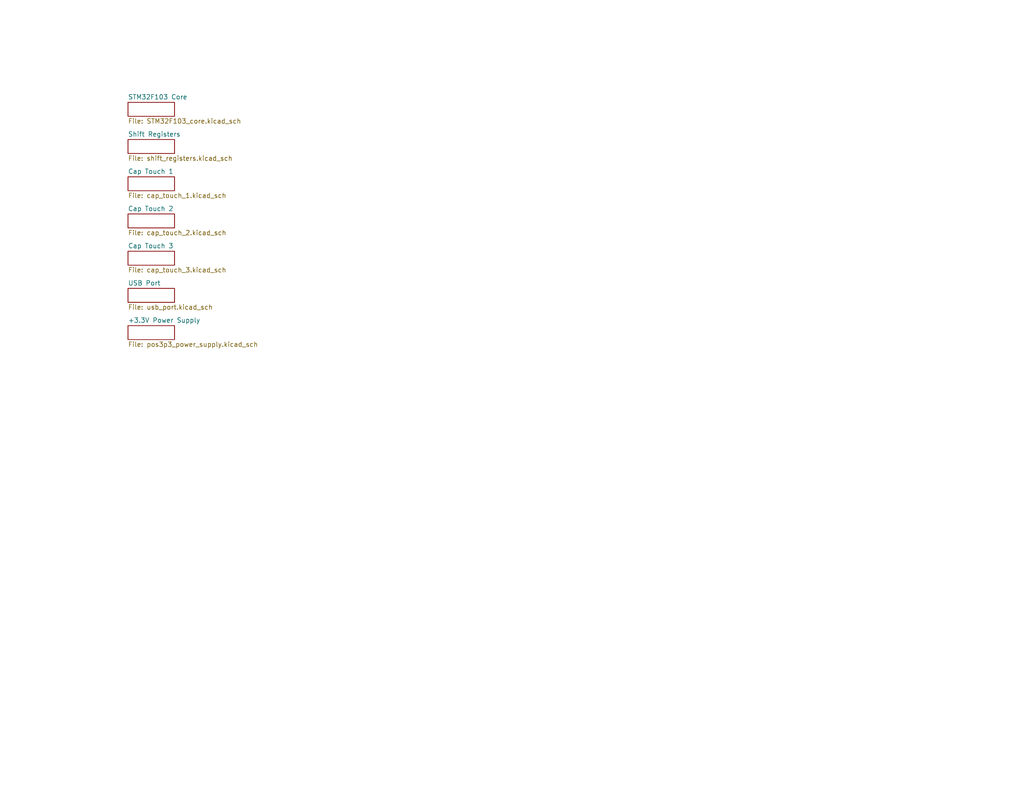
<source format=kicad_sch>
(kicad_sch (version 20230121) (generator eeschema)
  (paper "A")
  (title_block (title "USB MPD") (date "2024-02-06") (rev "PRELIM") (company "Drew Maatman"))
  (lib_symbols)
  (sheet (at 34.925 68.58) (size 12.7 3.81) (stroke (width 0.1524))
    (property "Sheetname" "Cap Touch 3" (at 34.925 67.8684 0) (effects (justify left bottom)))
    (property "Sheetfile" "cap_touch_3.kicad_sch" (at 34.925 72.9746 0) (effects (justify left top)))
  )
  (sheet (at 34.925 48.26) (size 12.7 3.81) (stroke (width 0.1524))
    (property "Sheetname" "Cap Touch 1" (at 34.925 47.5484 0) (effects (justify left bottom)))
    (property "Sheetfile" "cap_touch_1.kicad_sch" (at 34.925 52.6546 0) (effects (justify left top)))
  )
  (sheet (at 34.925 58.42) (size 12.7 3.81) (stroke (width 0.1524))
    (property "Sheetname" "Cap Touch 2" (at 34.925 57.7084 0) (effects (justify left bottom)))
    (property "Sheetfile" "cap_touch_2.kicad_sch" (at 34.925 62.8146 0) (effects (justify left top)))
  )
  (sheet (at 34.925 27.94) (size 12.7 3.81) (stroke (width 0.1524))
    (property "Sheetname" "STM32F103 Core" (at 34.925 27.2284 0) (effects (justify left bottom)))
    (property "Sheetfile" "STM32F103_core.kicad_sch" (at 34.925 32.3346 0) (effects (justify left top)))
  )
  (sheet (at 34.925 88.9) (size 12.7 3.81) (stroke (width 0.1524))
    (property "Sheetname" "+3.3V Power Supply" (at 34.925 88.1884 0) (effects (justify left bottom)))
    (property "Sheetfile" "pos3p3_power_supply.kicad_sch" (at 34.925 93.2946 0) (effects (justify left top)))
  )
  (sheet (at 34.925 38.1) (size 12.7 3.81) (stroke (width 0.1524))
    (property "Sheetname" "Shift Registers" (at 34.925 37.3884 0) (effects (justify left bottom)))
    (property "Sheetfile" "shift_registers.kicad_sch" (at 34.925 42.4946 0) (effects (justify left top)))
  )
  (sheet (at 34.925 78.74) (size 12.7 3.81) (stroke (width 0.1524))
    (property "Sheetname" "USB Port" (at 34.925 78.0284 0) (effects (justify left bottom)))
    (property "Sheetfile" "usb_port.kicad_sch" (at 34.925 83.1346 0) (effects (justify left top)))
  )
)
</source>
